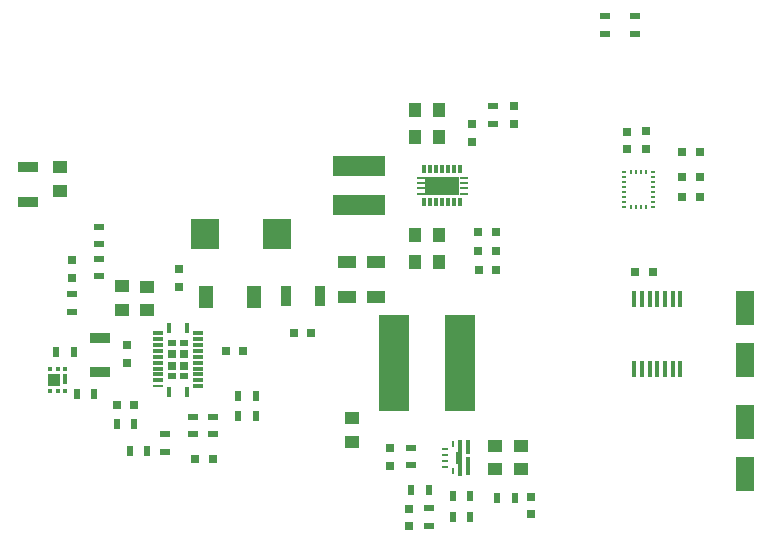
<source format=gbr>
G04 #@! TF.FileFunction,Paste,Top*
%FSLAX46Y46*%
G04 Gerber Fmt 4.6, Leading zero omitted, Abs format (unit mm)*
G04 Created by KiCad (PCBNEW 4.0.2-stable) date 12/24/2016 3:16:37 PM*
%MOMM*%
G01*
G04 APERTURE LIST*
%ADD10C,0.100000*%
%ADD11R,1.250000X1.000000*%
%ADD12R,0.750000X0.800000*%
%ADD13R,1.000000X1.250000*%
%ADD14R,0.800000X0.750000*%
%ADD15R,1.600000X1.000000*%
%ADD16R,0.797560X0.797560*%
%ADD17R,0.900000X0.500000*%
%ADD18R,0.500000X0.900000*%
%ADD19R,1.700000X0.900000*%
%ADD20R,0.900000X1.700000*%
%ADD21R,1.600000X3.000000*%
%ADD22R,0.899160X0.300000*%
%ADD23R,0.300000X0.899160*%
%ADD24R,0.802640X0.551880*%
%ADD25R,0.802640X0.802640*%
%ADD26R,0.899160X0.238760*%
%ADD27R,0.400000X0.290000*%
%ADD28R,0.290000X0.400000*%
%ADD29R,0.400000X0.280000*%
%ADD30R,0.450000X1.450000*%
%ADD31R,1.240000X1.890000*%
%ADD32R,4.500000X1.800000*%
%ADD33R,2.600000X8.200000*%
%ADD34R,0.440000X1.240000*%
%ADD35R,0.440000X1.590000*%
%ADD36R,0.440000X3.040000*%
%ADD37R,0.440000X1.115000*%
%ADD38R,0.250000X0.600000*%
%ADD39R,0.600000X0.250000*%
%ADD40R,2.400000X2.500000*%
%ADD41R,0.350000X0.650000*%
%ADD42R,2.850000X1.580000*%
%ADD43R,0.775000X0.200000*%
%ADD44R,0.400000X0.455000*%
%ADD45R,1.050000X1.100000*%
%ADD46R,0.400000X0.850000*%
G04 APERTURE END LIST*
D10*
D11*
X128143000Y-109388400D03*
X128143000Y-111388400D03*
D12*
X104444800Y-97536000D03*
X104444800Y-96036000D03*
D13*
X135510620Y-96172724D03*
X133510620Y-96172724D03*
X135510620Y-93886724D03*
X133510620Y-93886724D03*
D12*
X131394200Y-111949800D03*
X131394200Y-113449800D03*
D14*
X114845400Y-112852200D03*
X116345400Y-112852200D03*
D12*
X138320620Y-86026124D03*
X138320620Y-84526124D03*
X132994400Y-118555200D03*
X132994400Y-117055200D03*
X109067600Y-103186800D03*
X109067600Y-104686800D03*
D13*
X135485220Y-85555524D03*
X133485220Y-85555524D03*
D11*
X108661200Y-100237800D03*
X108661200Y-98237800D03*
D13*
X135485220Y-83269524D03*
X133485220Y-83269524D03*
D11*
X140284200Y-113725200D03*
X140284200Y-111725200D03*
X142443200Y-113725200D03*
X142443200Y-111725200D03*
X110769400Y-98253800D03*
X110769400Y-100253800D03*
D14*
X124702000Y-102184200D03*
X123202000Y-102184200D03*
D15*
X130149600Y-96137600D03*
X130149600Y-99137600D03*
X127685800Y-96137600D03*
X127685800Y-99137600D03*
D14*
X156082700Y-90660708D03*
X157582700Y-90660708D03*
D11*
X103378000Y-88154000D03*
X103378000Y-90154000D03*
D12*
X153073500Y-86622108D03*
X153073500Y-85122108D03*
X151422500Y-86635508D03*
X151422500Y-85135508D03*
D14*
X156082700Y-89009708D03*
X157582700Y-89009708D03*
X156082700Y-86850708D03*
X157582700Y-86850708D03*
X140348400Y-93649800D03*
X138848400Y-93649800D03*
D16*
X108216700Y-108305600D03*
X109715300Y-108305600D03*
X141886957Y-84503443D03*
X141886957Y-83004843D03*
X143306800Y-116039900D03*
X143306800Y-117538500D03*
D17*
X149529800Y-75373800D03*
X149529800Y-76873800D03*
X152095200Y-75348400D03*
X152095200Y-76848400D03*
X104444800Y-100380800D03*
X104444800Y-98880800D03*
D18*
X138164000Y-116001800D03*
X136664000Y-116001800D03*
D17*
X106705400Y-97397000D03*
X106705400Y-95897000D03*
X106705400Y-94691200D03*
X106705400Y-93191200D03*
X112318800Y-110730600D03*
X112318800Y-112230600D03*
D18*
X110808200Y-112217200D03*
X109308200Y-112217200D03*
X136664000Y-117754400D03*
X138164000Y-117754400D03*
D17*
X133121400Y-111899000D03*
X133121400Y-113399000D03*
X114681000Y-110757400D03*
X114681000Y-109257400D03*
X116408200Y-109257400D03*
X116408200Y-110757400D03*
D18*
X118503000Y-107492800D03*
X120003000Y-107492800D03*
X120003000Y-109245400D03*
X118503000Y-109245400D03*
X104837800Y-107340400D03*
X106337800Y-107340400D03*
X103110600Y-103759000D03*
X104610600Y-103759000D03*
X109716000Y-109931200D03*
X108216000Y-109931200D03*
D19*
X106807000Y-105488400D03*
X106807000Y-102588400D03*
D17*
X134645400Y-118529800D03*
X134645400Y-117029800D03*
D18*
X134633400Y-115493800D03*
X133133400Y-115493800D03*
D17*
X140108957Y-82978743D03*
X140108957Y-84478743D03*
D18*
X140423200Y-116128800D03*
X141923200Y-116128800D03*
D20*
X125427400Y-99085400D03*
X122527400Y-99085400D03*
D19*
X100746456Y-91067230D03*
X100746456Y-88167230D03*
D14*
X138860400Y-96824800D03*
X140360400Y-96824800D03*
X140348400Y-95250000D03*
X138848400Y-95250000D03*
D21*
X161379300Y-114120508D03*
X161379300Y-109720508D03*
X161379300Y-104468508D03*
X161379300Y-100068508D03*
D22*
X111686340Y-102194360D03*
X111686340Y-102694740D03*
X111686340Y-103195120D03*
X111686340Y-103695500D03*
X111686340Y-104195880D03*
D23*
X112636300Y-107144820D03*
X114134900Y-107144820D03*
D22*
X115084860Y-106194860D03*
X115084860Y-105694480D03*
X115084860Y-105194100D03*
X115084860Y-104693720D03*
X115084860Y-104195880D03*
D23*
X114134900Y-101744780D03*
X112636300Y-101744780D03*
D24*
X112885600Y-105814800D03*
X112885220Y-103074800D03*
X113885600Y-103074800D03*
X113885600Y-105814800D03*
D22*
X111686340Y-104693720D03*
X115084860Y-103695500D03*
D25*
X113885980Y-103944420D03*
X112885220Y-103944420D03*
D22*
X111686340Y-105194100D03*
X111686340Y-105694480D03*
X115084860Y-103195120D03*
X115084860Y-102694740D03*
D25*
X113885980Y-104945180D03*
X112885220Y-104945180D03*
D22*
X111686340Y-106194860D03*
D26*
X111686340Y-106695240D03*
D22*
X115084860Y-106695240D03*
X115084860Y-102194360D03*
D27*
X153607700Y-91535708D03*
D28*
X153027700Y-91535708D03*
X152597700Y-91535708D03*
X152167700Y-91535708D03*
X151737700Y-91535708D03*
D29*
X151157700Y-91535708D03*
X151157700Y-91105708D03*
X151157700Y-90675708D03*
X151157700Y-90245708D03*
X151157700Y-89815708D03*
X151157700Y-89385708D03*
X151157700Y-88955708D03*
X151157700Y-88525708D03*
D28*
X151737700Y-88525708D03*
X152167700Y-88525708D03*
X152597700Y-88525708D03*
X153027700Y-88525708D03*
D29*
X153607700Y-88525708D03*
X153607700Y-88955708D03*
D27*
X153607700Y-89385708D03*
X153607700Y-89815708D03*
X153607700Y-90245708D03*
X153607700Y-90675708D03*
X153607700Y-91105708D03*
D30*
X152037900Y-105218508D03*
X152687900Y-105218508D03*
X153337900Y-105218508D03*
X153987900Y-105218508D03*
X154637900Y-105218508D03*
X155287900Y-105218508D03*
X155937900Y-105218508D03*
X155937900Y-99318508D03*
X155287900Y-99318508D03*
X154637900Y-99318508D03*
X153987900Y-99318508D03*
X153337900Y-99318508D03*
X152687900Y-99318508D03*
X152037900Y-99318508D03*
D14*
X117436200Y-103682800D03*
X118936200Y-103682800D03*
D12*
X113461800Y-96786000D03*
X113461800Y-98286000D03*
D14*
X152094900Y-97061508D03*
X153594900Y-97061508D03*
D31*
X119845200Y-99161600D03*
X115765200Y-99161600D03*
D32*
X128744820Y-88072124D03*
X128744820Y-91372124D03*
D33*
X131718400Y-104724200D03*
X137318400Y-104724200D03*
D34*
X137923000Y-111858200D03*
D35*
X137923000Y-113483200D03*
D36*
X137323000Y-112758200D03*
D37*
X137153000Y-112758200D03*
D38*
X136678000Y-113908200D03*
X136678000Y-111608200D03*
D39*
X136003000Y-113008200D03*
X136003000Y-113508200D03*
X136003000Y-112508200D03*
X136003000Y-112008200D03*
D40*
X115695000Y-93802200D03*
X121795000Y-93802200D03*
D41*
X135772620Y-88321124D03*
X135272620Y-88321124D03*
X136272620Y-88321124D03*
X136772620Y-88321124D03*
X137272620Y-88321124D03*
X134772620Y-88321124D03*
X134272620Y-88321124D03*
X135772620Y-91121124D03*
X136272620Y-91121124D03*
X136772620Y-91121124D03*
X137272620Y-91121124D03*
X135272620Y-91121124D03*
X134772620Y-91121124D03*
X134272620Y-91121124D03*
D42*
X135772620Y-89721124D03*
D43*
X137585120Y-89951124D03*
X137585120Y-90411124D03*
X137585120Y-89491124D03*
X137585120Y-89031124D03*
X133960120Y-90411124D03*
X133960120Y-89951124D03*
X133960120Y-89491124D03*
X133960120Y-89031124D03*
D44*
X103220400Y-105274900D03*
X103220400Y-107119900D03*
D45*
X102895400Y-106197400D03*
D44*
X102570400Y-105274900D03*
X103870400Y-105274900D03*
X103870400Y-107119900D03*
X102570400Y-107119900D03*
D46*
X103870400Y-106072400D03*
M02*

</source>
